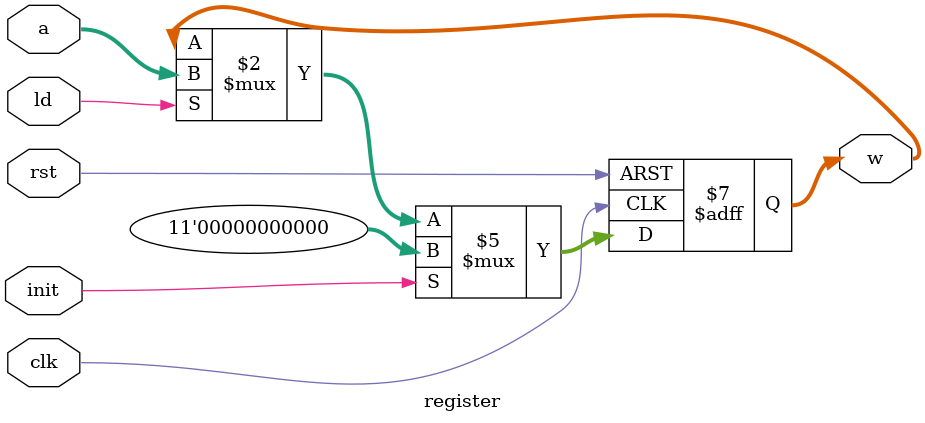
<source format=sv>
`timescale 1ps/1ps

module register(input[10:0] a,input init,clk,rst,ld,output logic[10:0] w);


	always@(posedge clk,posedge rst) begin
		if(rst) w<=11'b0; else begin
			if(init) w<=11'b0; else begin
				if(ld) w<=a;
				end
			end
	end
	
	
endmodule
		
</source>
